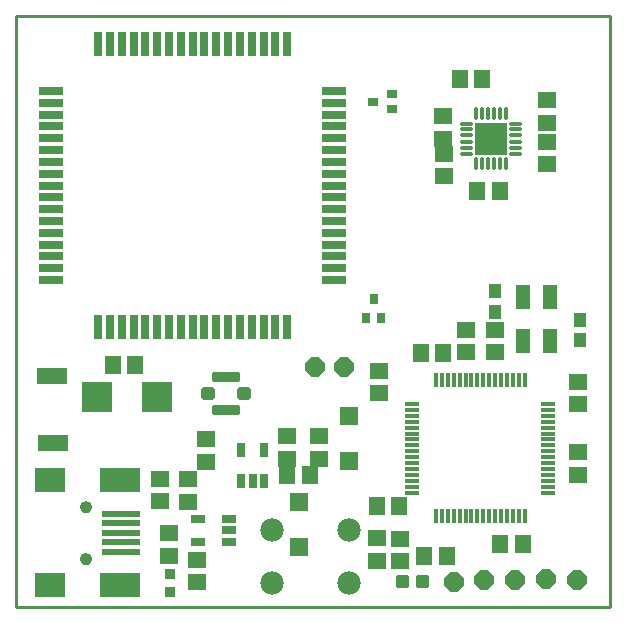
<source format=gts>
G75*
%MOIN*%
%OFA0B0*%
%FSLAX25Y25*%
%IPPOS*%
%LPD*%
%AMOC8*
5,1,8,0,0,1.08239X$1,22.5*
%
%ADD10C,0.01000*%
%ADD11R,0.06306X0.05518*%
%ADD12R,0.10439X0.10243*%
%ADD13R,0.05518X0.06306*%
%ADD14R,0.03550X0.03550*%
%ADD15R,0.01581X0.05124*%
%ADD16R,0.05124X0.01581*%
%ADD17R,0.02762X0.05124*%
%ADD18C,0.01301*%
%ADD19R,0.08000X0.03000*%
%ADD20R,0.03000X0.08000*%
%ADD21R,0.05124X0.02565*%
%ADD22C,0.01400*%
%ADD23R,0.10700X0.10700*%
%ADD24C,0.01700*%
%ADD25C,0.02200*%
%ADD26R,0.10243X0.08274*%
%ADD27R,0.13392X0.08274*%
%ADD28R,0.12605X0.02369*%
%ADD29C,0.00000*%
%ADD30C,0.03943*%
%ADD31C,0.07800*%
%ADD32R,0.04337X0.04731*%
%ADD33R,0.05912X0.05912*%
%ADD34R,0.04731X0.07880*%
%ADD35OC8,0.06400*%
%ADD36R,0.10400X0.05400*%
%ADD37R,0.02762X0.03550*%
%ADD38R,0.03550X0.02762*%
D10*
X0001500Y0012458D02*
X0199335Y0012458D01*
X0199335Y0209309D01*
X0001500Y0209309D01*
X0001500Y0012458D01*
D11*
X0049354Y0047557D03*
X0049354Y0055037D03*
X0058705Y0054880D03*
X0058705Y0047399D03*
X0052223Y0036942D03*
X0052223Y0029461D03*
X0061835Y0028069D03*
X0061835Y0020588D03*
X0064669Y0060726D03*
X0064669Y0068206D03*
X0091776Y0069289D03*
X0091776Y0061809D03*
X0102209Y0061769D03*
X0102209Y0069250D03*
X0122465Y0083521D03*
X0122465Y0091002D03*
X0151466Y0097227D03*
X0151466Y0104707D03*
X0161110Y0104791D03*
X0161110Y0097311D03*
X0188690Y0087355D03*
X0188690Y0079875D03*
X0188700Y0063920D03*
X0188700Y0056440D03*
X0129256Y0035096D03*
X0129256Y0027616D03*
X0121579Y0027714D03*
X0121579Y0035195D03*
X0144005Y0155888D03*
X0144005Y0163369D03*
X0143774Y0168428D03*
X0143774Y0175908D03*
X0178208Y0173777D03*
X0178518Y0167449D03*
X0178518Y0159968D03*
X0178208Y0181258D03*
D12*
X0048331Y0082380D03*
X0028449Y0082380D03*
D13*
X0033685Y0092926D03*
X0041165Y0092926D03*
X0091795Y0056474D03*
X0099276Y0056474D03*
X0121579Y0046021D03*
X0129059Y0046021D03*
X0137415Y0029378D03*
X0144896Y0029378D03*
X0162720Y0033226D03*
X0170201Y0033226D03*
X0143744Y0096897D03*
X0136264Y0096897D03*
X0155083Y0150952D03*
X0162563Y0150952D03*
X0156731Y0188182D03*
X0149251Y0188182D03*
D14*
X0052652Y0023384D03*
X0052652Y0017478D03*
D15*
X0141362Y0042604D03*
X0143331Y0042604D03*
X0145299Y0042604D03*
X0147268Y0042604D03*
X0149236Y0042604D03*
X0151205Y0042604D03*
X0153173Y0042604D03*
X0155142Y0042604D03*
X0157110Y0042604D03*
X0159079Y0042604D03*
X0161047Y0042604D03*
X0163016Y0042604D03*
X0164984Y0042604D03*
X0166953Y0042604D03*
X0168921Y0042604D03*
X0170890Y0042604D03*
X0170890Y0087880D03*
X0168921Y0087880D03*
X0166953Y0087880D03*
X0164984Y0087880D03*
X0163016Y0087880D03*
X0161047Y0087880D03*
X0159079Y0087880D03*
X0157110Y0087880D03*
X0155142Y0087880D03*
X0153173Y0087880D03*
X0151205Y0087880D03*
X0149236Y0087880D03*
X0147268Y0087880D03*
X0145299Y0087880D03*
X0143331Y0087880D03*
X0141362Y0087880D03*
D16*
X0133488Y0080006D03*
X0133488Y0078037D03*
X0133488Y0076069D03*
X0133488Y0074100D03*
X0133488Y0072132D03*
X0133488Y0070163D03*
X0133488Y0068195D03*
X0133488Y0066226D03*
X0133488Y0064258D03*
X0133488Y0062289D03*
X0133488Y0060321D03*
X0133488Y0058352D03*
X0133488Y0056384D03*
X0133488Y0054415D03*
X0133488Y0052447D03*
X0133488Y0050478D03*
X0178764Y0050478D03*
X0178764Y0052447D03*
X0178764Y0054415D03*
X0178764Y0056384D03*
X0178764Y0058352D03*
X0178764Y0060321D03*
X0178764Y0062289D03*
X0178764Y0064258D03*
X0178764Y0066226D03*
X0178764Y0068195D03*
X0178764Y0070163D03*
X0178764Y0072132D03*
X0178764Y0074100D03*
X0178764Y0076069D03*
X0178764Y0078037D03*
X0178764Y0080006D03*
D17*
X0083961Y0064569D03*
X0076480Y0064569D03*
X0076480Y0054285D03*
X0080220Y0054285D03*
X0083961Y0054285D03*
D18*
X0131612Y0022441D02*
X0131612Y0019405D01*
X0128576Y0019405D01*
X0128576Y0022441D01*
X0131612Y0022441D01*
X0131612Y0020705D02*
X0128576Y0020705D01*
X0128576Y0022005D02*
X0131612Y0022005D01*
X0138518Y0022441D02*
X0138518Y0019405D01*
X0135482Y0019405D01*
X0135482Y0022441D01*
X0138518Y0022441D01*
X0138518Y0020705D02*
X0135482Y0020705D01*
X0135482Y0022005D02*
X0138518Y0022005D01*
D19*
X0107484Y0121336D03*
X0107484Y0125273D03*
X0107484Y0129210D03*
X0107484Y0133147D03*
X0107484Y0137084D03*
X0107484Y0141021D03*
X0107484Y0144958D03*
X0107484Y0148895D03*
X0107484Y0152832D03*
X0107484Y0156769D03*
X0107484Y0160706D03*
X0107484Y0164643D03*
X0107484Y0168580D03*
X0107484Y0172517D03*
X0107484Y0176454D03*
X0107484Y0180391D03*
X0107484Y0184328D03*
X0012996Y0184328D03*
X0012996Y0180391D03*
X0012996Y0176454D03*
X0012996Y0172517D03*
X0012996Y0168580D03*
X0012996Y0164643D03*
X0012996Y0160706D03*
X0012996Y0156769D03*
X0012996Y0152832D03*
X0012996Y0148895D03*
X0012996Y0144958D03*
X0012996Y0141021D03*
X0012996Y0137084D03*
X0012996Y0133147D03*
X0012996Y0129210D03*
X0012996Y0125273D03*
X0012996Y0121336D03*
D20*
X0028744Y0105588D03*
X0032681Y0105588D03*
X0036618Y0105588D03*
X0040555Y0105588D03*
X0044492Y0105588D03*
X0048429Y0105588D03*
X0052366Y0105588D03*
X0056303Y0105588D03*
X0060240Y0105588D03*
X0064177Y0105588D03*
X0068114Y0105588D03*
X0072051Y0105588D03*
X0075988Y0105588D03*
X0079925Y0105588D03*
X0083862Y0105588D03*
X0087799Y0105588D03*
X0091736Y0105588D03*
X0091736Y0200076D03*
X0087799Y0200076D03*
X0083862Y0200076D03*
X0079925Y0200076D03*
X0075988Y0200076D03*
X0072051Y0200076D03*
X0068114Y0200076D03*
X0064177Y0200076D03*
X0060240Y0200076D03*
X0056303Y0200076D03*
X0052366Y0200076D03*
X0048429Y0200076D03*
X0044492Y0200076D03*
X0040555Y0200076D03*
X0036618Y0200076D03*
X0032681Y0200076D03*
X0028744Y0200076D03*
D21*
X0062070Y0041612D03*
X0062070Y0034132D03*
X0072307Y0034132D03*
X0072307Y0037872D03*
X0072307Y0041612D03*
D22*
X0154564Y0158703D02*
X0154564Y0161703D01*
X0156561Y0161703D02*
X0156561Y0158703D01*
X0158537Y0158703D02*
X0158537Y0161703D01*
X0160644Y0161703D02*
X0160644Y0158703D01*
X0162630Y0158703D02*
X0162630Y0161703D01*
X0164617Y0161703D02*
X0164617Y0158703D01*
X0166265Y0163451D02*
X0169265Y0163451D01*
X0169265Y0165447D02*
X0166265Y0165447D01*
X0166265Y0167424D02*
X0169265Y0167424D01*
X0169265Y0169530D02*
X0166265Y0169530D01*
X0166265Y0171517D02*
X0169265Y0171517D01*
X0169265Y0173503D02*
X0166265Y0173503D01*
X0164617Y0175251D02*
X0164617Y0178251D01*
X0162630Y0178251D02*
X0162630Y0175251D01*
X0160644Y0175251D02*
X0160644Y0178251D01*
X0158537Y0178251D02*
X0158537Y0175251D01*
X0156561Y0175251D02*
X0156561Y0178251D01*
X0154564Y0178251D02*
X0154564Y0175251D01*
X0152917Y0173503D02*
X0149917Y0173503D01*
X0149917Y0171517D02*
X0152917Y0171517D01*
X0152917Y0169530D02*
X0149917Y0169530D01*
X0149917Y0167424D02*
X0152917Y0167424D01*
X0152917Y0165447D02*
X0149917Y0165447D01*
X0149917Y0163451D02*
X0152917Y0163451D01*
D23*
X0159551Y0168438D03*
D24*
X0075084Y0088299D02*
X0067384Y0088299D01*
X0067384Y0089999D01*
X0075084Y0089999D01*
X0075084Y0088299D01*
X0075084Y0089998D02*
X0067384Y0089998D01*
X0067384Y0077299D02*
X0075084Y0077299D01*
X0067384Y0077299D02*
X0067384Y0078999D01*
X0075084Y0078999D01*
X0075084Y0077299D01*
X0075084Y0078998D02*
X0067384Y0078998D01*
D25*
X0066334Y0084749D02*
X0064134Y0084749D01*
X0066334Y0084749D02*
X0066334Y0082549D01*
X0064134Y0082549D01*
X0064134Y0084749D01*
X0064134Y0084748D02*
X0066334Y0084748D01*
X0076134Y0084749D02*
X0078334Y0084749D01*
X0078334Y0082549D01*
X0076134Y0082549D01*
X0076134Y0084749D01*
X0076134Y0084748D02*
X0078334Y0084748D01*
D26*
X0012720Y0054624D03*
X0012720Y0019584D03*
D27*
X0035949Y0019584D03*
X0035949Y0054624D03*
D28*
X0036343Y0043403D03*
X0036343Y0040254D03*
X0036343Y0037104D03*
X0036343Y0033954D03*
X0036343Y0030805D03*
D29*
X0022759Y0028443D02*
X0022761Y0028527D01*
X0022767Y0028610D01*
X0022777Y0028693D01*
X0022791Y0028776D01*
X0022808Y0028858D01*
X0022830Y0028939D01*
X0022855Y0029018D01*
X0022884Y0029097D01*
X0022917Y0029174D01*
X0022953Y0029249D01*
X0022993Y0029323D01*
X0023036Y0029395D01*
X0023083Y0029464D01*
X0023133Y0029531D01*
X0023186Y0029596D01*
X0023242Y0029658D01*
X0023300Y0029718D01*
X0023362Y0029775D01*
X0023426Y0029828D01*
X0023493Y0029879D01*
X0023562Y0029926D01*
X0023633Y0029971D01*
X0023706Y0030011D01*
X0023781Y0030048D01*
X0023858Y0030082D01*
X0023936Y0030112D01*
X0024015Y0030138D01*
X0024096Y0030161D01*
X0024178Y0030179D01*
X0024260Y0030194D01*
X0024343Y0030205D01*
X0024426Y0030212D01*
X0024510Y0030215D01*
X0024594Y0030214D01*
X0024677Y0030209D01*
X0024761Y0030200D01*
X0024843Y0030187D01*
X0024925Y0030171D01*
X0025006Y0030150D01*
X0025087Y0030126D01*
X0025165Y0030098D01*
X0025243Y0030066D01*
X0025319Y0030030D01*
X0025393Y0029991D01*
X0025465Y0029949D01*
X0025535Y0029903D01*
X0025603Y0029854D01*
X0025668Y0029802D01*
X0025731Y0029747D01*
X0025791Y0029689D01*
X0025849Y0029628D01*
X0025903Y0029564D01*
X0025955Y0029498D01*
X0026003Y0029430D01*
X0026048Y0029359D01*
X0026089Y0029286D01*
X0026128Y0029212D01*
X0026162Y0029136D01*
X0026193Y0029058D01*
X0026220Y0028979D01*
X0026244Y0028898D01*
X0026263Y0028817D01*
X0026279Y0028735D01*
X0026291Y0028652D01*
X0026299Y0028568D01*
X0026303Y0028485D01*
X0026303Y0028401D01*
X0026299Y0028318D01*
X0026291Y0028234D01*
X0026279Y0028151D01*
X0026263Y0028069D01*
X0026244Y0027988D01*
X0026220Y0027907D01*
X0026193Y0027828D01*
X0026162Y0027750D01*
X0026128Y0027674D01*
X0026089Y0027600D01*
X0026048Y0027527D01*
X0026003Y0027456D01*
X0025955Y0027388D01*
X0025903Y0027322D01*
X0025849Y0027258D01*
X0025791Y0027197D01*
X0025731Y0027139D01*
X0025668Y0027084D01*
X0025603Y0027032D01*
X0025535Y0026983D01*
X0025465Y0026937D01*
X0025393Y0026895D01*
X0025319Y0026856D01*
X0025243Y0026820D01*
X0025165Y0026788D01*
X0025087Y0026760D01*
X0025006Y0026736D01*
X0024925Y0026715D01*
X0024843Y0026699D01*
X0024761Y0026686D01*
X0024677Y0026677D01*
X0024594Y0026672D01*
X0024510Y0026671D01*
X0024426Y0026674D01*
X0024343Y0026681D01*
X0024260Y0026692D01*
X0024178Y0026707D01*
X0024096Y0026725D01*
X0024015Y0026748D01*
X0023936Y0026774D01*
X0023858Y0026804D01*
X0023781Y0026838D01*
X0023706Y0026875D01*
X0023633Y0026915D01*
X0023562Y0026960D01*
X0023493Y0027007D01*
X0023426Y0027058D01*
X0023362Y0027111D01*
X0023300Y0027168D01*
X0023242Y0027228D01*
X0023186Y0027290D01*
X0023133Y0027355D01*
X0023083Y0027422D01*
X0023036Y0027491D01*
X0022993Y0027563D01*
X0022953Y0027637D01*
X0022917Y0027712D01*
X0022884Y0027789D01*
X0022855Y0027868D01*
X0022830Y0027947D01*
X0022808Y0028028D01*
X0022791Y0028110D01*
X0022777Y0028193D01*
X0022767Y0028276D01*
X0022761Y0028359D01*
X0022759Y0028443D01*
X0022759Y0045765D02*
X0022761Y0045849D01*
X0022767Y0045932D01*
X0022777Y0046015D01*
X0022791Y0046098D01*
X0022808Y0046180D01*
X0022830Y0046261D01*
X0022855Y0046340D01*
X0022884Y0046419D01*
X0022917Y0046496D01*
X0022953Y0046571D01*
X0022993Y0046645D01*
X0023036Y0046717D01*
X0023083Y0046786D01*
X0023133Y0046853D01*
X0023186Y0046918D01*
X0023242Y0046980D01*
X0023300Y0047040D01*
X0023362Y0047097D01*
X0023426Y0047150D01*
X0023493Y0047201D01*
X0023562Y0047248D01*
X0023633Y0047293D01*
X0023706Y0047333D01*
X0023781Y0047370D01*
X0023858Y0047404D01*
X0023936Y0047434D01*
X0024015Y0047460D01*
X0024096Y0047483D01*
X0024178Y0047501D01*
X0024260Y0047516D01*
X0024343Y0047527D01*
X0024426Y0047534D01*
X0024510Y0047537D01*
X0024594Y0047536D01*
X0024677Y0047531D01*
X0024761Y0047522D01*
X0024843Y0047509D01*
X0024925Y0047493D01*
X0025006Y0047472D01*
X0025087Y0047448D01*
X0025165Y0047420D01*
X0025243Y0047388D01*
X0025319Y0047352D01*
X0025393Y0047313D01*
X0025465Y0047271D01*
X0025535Y0047225D01*
X0025603Y0047176D01*
X0025668Y0047124D01*
X0025731Y0047069D01*
X0025791Y0047011D01*
X0025849Y0046950D01*
X0025903Y0046886D01*
X0025955Y0046820D01*
X0026003Y0046752D01*
X0026048Y0046681D01*
X0026089Y0046608D01*
X0026128Y0046534D01*
X0026162Y0046458D01*
X0026193Y0046380D01*
X0026220Y0046301D01*
X0026244Y0046220D01*
X0026263Y0046139D01*
X0026279Y0046057D01*
X0026291Y0045974D01*
X0026299Y0045890D01*
X0026303Y0045807D01*
X0026303Y0045723D01*
X0026299Y0045640D01*
X0026291Y0045556D01*
X0026279Y0045473D01*
X0026263Y0045391D01*
X0026244Y0045310D01*
X0026220Y0045229D01*
X0026193Y0045150D01*
X0026162Y0045072D01*
X0026128Y0044996D01*
X0026089Y0044922D01*
X0026048Y0044849D01*
X0026003Y0044778D01*
X0025955Y0044710D01*
X0025903Y0044644D01*
X0025849Y0044580D01*
X0025791Y0044519D01*
X0025731Y0044461D01*
X0025668Y0044406D01*
X0025603Y0044354D01*
X0025535Y0044305D01*
X0025465Y0044259D01*
X0025393Y0044217D01*
X0025319Y0044178D01*
X0025243Y0044142D01*
X0025165Y0044110D01*
X0025087Y0044082D01*
X0025006Y0044058D01*
X0024925Y0044037D01*
X0024843Y0044021D01*
X0024761Y0044008D01*
X0024677Y0043999D01*
X0024594Y0043994D01*
X0024510Y0043993D01*
X0024426Y0043996D01*
X0024343Y0044003D01*
X0024260Y0044014D01*
X0024178Y0044029D01*
X0024096Y0044047D01*
X0024015Y0044070D01*
X0023936Y0044096D01*
X0023858Y0044126D01*
X0023781Y0044160D01*
X0023706Y0044197D01*
X0023633Y0044237D01*
X0023562Y0044282D01*
X0023493Y0044329D01*
X0023426Y0044380D01*
X0023362Y0044433D01*
X0023300Y0044490D01*
X0023242Y0044550D01*
X0023186Y0044612D01*
X0023133Y0044677D01*
X0023083Y0044744D01*
X0023036Y0044813D01*
X0022993Y0044885D01*
X0022953Y0044959D01*
X0022917Y0045034D01*
X0022884Y0045111D01*
X0022855Y0045190D01*
X0022830Y0045269D01*
X0022808Y0045350D01*
X0022791Y0045432D01*
X0022777Y0045515D01*
X0022767Y0045598D01*
X0022761Y0045681D01*
X0022759Y0045765D01*
D30*
X0024531Y0045765D03*
X0024531Y0028443D03*
D31*
X0086633Y0020291D03*
X0086633Y0038091D03*
X0112233Y0038091D03*
X0112233Y0020291D03*
D32*
X0160896Y0110836D03*
X0160896Y0117529D03*
X0189287Y0107897D03*
X0189287Y0101204D03*
D33*
X0112519Y0075883D03*
X0112519Y0060922D03*
X0095545Y0047252D03*
X0095545Y0032291D03*
D34*
X0170201Y0101139D03*
X0179256Y0101139D03*
X0179256Y0115706D03*
X0170201Y0115706D03*
D35*
X0110752Y0092183D03*
X0100909Y0092183D03*
X0147401Y0020775D03*
X0157342Y0021287D03*
X0167593Y0021267D03*
X0177903Y0021553D03*
X0188405Y0021376D03*
D36*
X0013803Y0067084D03*
X0013311Y0089230D03*
D37*
X0118035Y0108718D03*
X0120594Y0115017D03*
X0123154Y0108718D03*
D38*
X0126697Y0178206D03*
X0126697Y0183325D03*
X0120398Y0180765D03*
M02*

</source>
